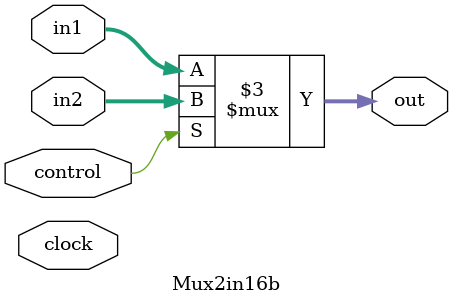
<source format=v>
`timescale 1ns / 1ps
module Mux2in16b(
    input [15:0] in1,
    input [15:0] in2,
    input control,
    input clock,
    output reg [15:0] out
    );
always @ (in1 or in2 or control)

begin
	out = (control == 0) ? in1 : in2;
end

endmodule

</source>
